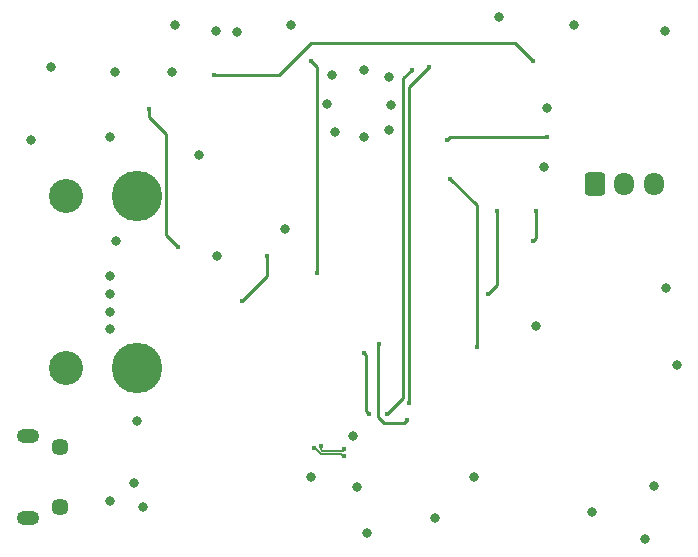
<source format=gbr>
%TF.GenerationSoftware,KiCad,Pcbnew,(6.0.8)*%
%TF.CreationDate,2023-04-08T14:06:51-07:00*%
%TF.ProjectId,TvMux,54764d75-782e-46b6-9963-61645f706362,rev?*%
%TF.SameCoordinates,Original*%
%TF.FileFunction,Copper,L4,Bot*%
%TF.FilePolarity,Positive*%
%FSLAX46Y46*%
G04 Gerber Fmt 4.6, Leading zero omitted, Abs format (unit mm)*
G04 Created by KiCad (PCBNEW (6.0.8)) date 2023-04-08 14:06:51*
%MOMM*%
%LPD*%
G01*
G04 APERTURE LIST*
G04 Aperture macros list*
%AMRoundRect*
0 Rectangle with rounded corners*
0 $1 Rounding radius*
0 $2 $3 $4 $5 $6 $7 $8 $9 X,Y pos of 4 corners*
0 Add a 4 corners polygon primitive as box body*
4,1,4,$2,$3,$4,$5,$6,$7,$8,$9,$2,$3,0*
0 Add four circle primitives for the rounded corners*
1,1,$1+$1,$2,$3*
1,1,$1+$1,$4,$5*
1,1,$1+$1,$6,$7*
1,1,$1+$1,$8,$9*
0 Add four rect primitives between the rounded corners*
20,1,$1+$1,$2,$3,$4,$5,0*
20,1,$1+$1,$4,$5,$6,$7,0*
20,1,$1+$1,$6,$7,$8,$9,0*
20,1,$1+$1,$8,$9,$2,$3,0*%
G04 Aperture macros list end*
%TA.AperFunction,ComponentPad*%
%ADD10C,4.275000*%
%TD*%
%TA.AperFunction,ComponentPad*%
%ADD11C,2.880000*%
%TD*%
%TA.AperFunction,ComponentPad*%
%ADD12RoundRect,0.250000X-0.600000X-0.725000X0.600000X-0.725000X0.600000X0.725000X-0.600000X0.725000X0*%
%TD*%
%TA.AperFunction,ComponentPad*%
%ADD13O,1.700000X1.950000*%
%TD*%
%TA.AperFunction,ComponentPad*%
%ADD14C,1.450000*%
%TD*%
%TA.AperFunction,ComponentPad*%
%ADD15O,1.900000X1.200000*%
%TD*%
%TA.AperFunction,ViaPad*%
%ADD16C,0.800000*%
%TD*%
%TA.AperFunction,ViaPad*%
%ADD17C,0.450000*%
%TD*%
%TA.AperFunction,Conductor*%
%ADD18C,0.250000*%
%TD*%
%TA.AperFunction,Conductor*%
%ADD19C,0.175006*%
%TD*%
G04 APERTURE END LIST*
D10*
%TO.P,J1,SH,SH*%
%TO.N,GND*%
X125725000Y-77750000D03*
X125725000Y-92250000D03*
D11*
X119765000Y-77750000D03*
X119765000Y-92250000D03*
%TD*%
D12*
%TO.P,J2,1,Pin_1*%
%TO.N,GND*%
X164500000Y-76725000D03*
D13*
%TO.P,J2,2,Pin_2*%
%TO.N,WII_RX*%
X167000000Y-76725000D03*
%TO.P,J2,3,Pin_3*%
%TO.N,WII_TX*%
X169500000Y-76725000D03*
%TD*%
D14*
%TO.P,J3,6,Shield*%
%TO.N,unconnected-(J3-Pad6)*%
X119212500Y-104000000D03*
D15*
X116512500Y-105000000D03*
X116512500Y-98000000D03*
D14*
X119212500Y-99000000D03*
%TD*%
D16*
%TO.N,3V3*%
X164250000Y-104500000D03*
X134190000Y-63860000D03*
X144387500Y-102362500D03*
X128750000Y-67250000D03*
X123875000Y-67250000D03*
X131000000Y-74250000D03*
X123500000Y-72750000D03*
X126250000Y-104000000D03*
X159500000Y-88750000D03*
X118500000Y-66750000D03*
X154250000Y-101500000D03*
X116750000Y-73000000D03*
X129000000Y-63250000D03*
%TO.N,GND*%
X140500000Y-101500000D03*
X142250000Y-67500000D03*
X124000000Y-81500000D03*
X170500000Y-85500000D03*
X168750000Y-106750000D03*
X123500000Y-87500000D03*
X145000000Y-72750000D03*
X169500000Y-102250000D03*
X144000000Y-98000000D03*
X138750000Y-63250000D03*
X151000000Y-105000000D03*
X145250000Y-106250000D03*
X123500000Y-84500000D03*
X138250000Y-80500000D03*
X145000000Y-67000000D03*
X171500000Y-92000000D03*
X147250000Y-70000000D03*
X142500000Y-72250000D03*
X132500000Y-82750000D03*
X147125000Y-67625000D03*
X125750000Y-96750000D03*
X123500000Y-89000000D03*
X147125000Y-72125000D03*
X125500000Y-102000000D03*
X162750000Y-63250000D03*
X160500000Y-70250000D03*
X160250000Y-75250000D03*
X170475000Y-63775000D03*
X141820000Y-69930000D03*
X132475000Y-63725000D03*
X156410000Y-62590000D03*
X123500000Y-103500000D03*
X123500000Y-86000000D03*
D17*
%TO.N,WII_PAIR*%
X152000000Y-73000000D03*
X160500000Y-72750000D03*
%TO.N,CHIP_PU*%
X140500000Y-66250000D03*
X141000000Y-84250000D03*
%TO.N,USB_N*%
X140700000Y-99050000D03*
X143300000Y-99750000D03*
%TO.N,USB_P*%
X141304156Y-98834489D03*
X143300000Y-99150000D03*
%TO.N,HDMI_DDC_SDA*%
X129250000Y-82000000D03*
X126750000Y-70375000D03*
%TO.N,HDMI_CEC*%
X159250000Y-81500000D03*
X136750000Y-82750000D03*
X159500000Y-79000000D03*
X134612500Y-86637500D03*
%TO.N,Net-(Q1-Pad2)*%
X132250000Y-67500000D03*
X159250000Y-66250000D03*
%TO.N,Net-(Q5-Pad2)*%
X145400000Y-96150000D03*
X145000000Y-91000000D03*
%TO.N,BOOT*%
X155500000Y-86000000D03*
X156250000Y-79000000D03*
%TO.N,Net-(Q4-Pad2)*%
X146250000Y-90250000D03*
X148650000Y-96650000D03*
%TO.N,RGB*%
X154500000Y-90500000D03*
X152250000Y-76250000D03*
%TO.N,U0_TXD*%
X150500000Y-66750000D03*
X148750000Y-95250000D03*
%TO.N,U0_RXD*%
X146900000Y-96150000D03*
X149000000Y-67000000D03*
%TD*%
D18*
%TO.N,WII_PAIR*%
X152250000Y-72750000D02*
X160500000Y-72750000D01*
X152000000Y-73000000D02*
X152250000Y-72750000D01*
%TO.N,CHIP_PU*%
X141000000Y-84250000D02*
X141000000Y-66750000D01*
X141000000Y-66750000D02*
X140500000Y-66250000D01*
D19*
%TO.N,USB_N*%
X140825224Y-99050000D02*
X140700000Y-99050000D01*
X143300000Y-99750000D02*
X143247336Y-99750000D01*
X143047336Y-99550000D02*
X141325224Y-99550000D01*
X141325224Y-99550000D02*
X140825224Y-99050000D01*
X143247336Y-99750000D02*
X143047336Y-99550000D01*
%TO.N,USB_P*%
X141304156Y-99154156D02*
X141434994Y-99284994D01*
X141304156Y-98834489D02*
X141304156Y-99154156D01*
X143165006Y-99284994D02*
X143300000Y-99150000D01*
X141434994Y-99284994D02*
X143165006Y-99284994D01*
D18*
%TO.N,HDMI_DDC_SDA*%
X126750000Y-70375000D02*
X126750000Y-71000000D01*
X126750000Y-71000000D02*
X128250000Y-72500000D01*
X128250000Y-81000000D02*
X129250000Y-82000000D01*
X128250000Y-72500000D02*
X128250000Y-81000000D01*
%TO.N,HDMI_CEC*%
X136750000Y-84500000D02*
X136750000Y-82750000D01*
X159250000Y-81500000D02*
X159500000Y-81250000D01*
X159500000Y-81250000D02*
X159500000Y-79000000D01*
X134612500Y-86637500D02*
X136750000Y-84500000D01*
%TO.N,Net-(Q1-Pad2)*%
X157750000Y-64750000D02*
X159250000Y-66250000D01*
X137750000Y-67500000D02*
X140500000Y-64750000D01*
X132250000Y-67500000D02*
X137750000Y-67500000D01*
X140500000Y-64750000D02*
X157750000Y-64750000D01*
%TO.N,Net-(Q5-Pad2)*%
X145000000Y-91000000D02*
X145150000Y-91150000D01*
X145150000Y-91150000D02*
X145150000Y-95900000D01*
X145150000Y-95900000D02*
X145400000Y-96150000D01*
%TO.N,BOOT*%
X156250000Y-79000000D02*
X156250000Y-85250000D01*
X156250000Y-85250000D02*
X155500000Y-86000000D01*
%TO.N,Net-(Q4-Pad2)*%
X146250000Y-90250000D02*
X146150000Y-90350000D01*
X146150000Y-96400000D02*
X146649000Y-96899000D01*
X146649000Y-96899000D02*
X148401000Y-96899000D01*
X146150000Y-90350000D02*
X146150000Y-96400000D01*
X148401000Y-96899000D02*
X148650000Y-96650000D01*
%TO.N,RGB*%
X154500000Y-78500000D02*
X154500000Y-90500000D01*
X152250000Y-76250000D02*
X154500000Y-78500000D01*
%TO.N,U0_TXD*%
X148750000Y-95250000D02*
X148750000Y-68500000D01*
X148750000Y-68500000D02*
X150500000Y-66750000D01*
%TO.N,U0_RXD*%
X146900000Y-96150000D02*
X148250000Y-94800000D01*
X148250000Y-94800000D02*
X148250000Y-67750000D01*
X148250000Y-67750000D02*
X149000000Y-67000000D01*
%TD*%
M02*

</source>
